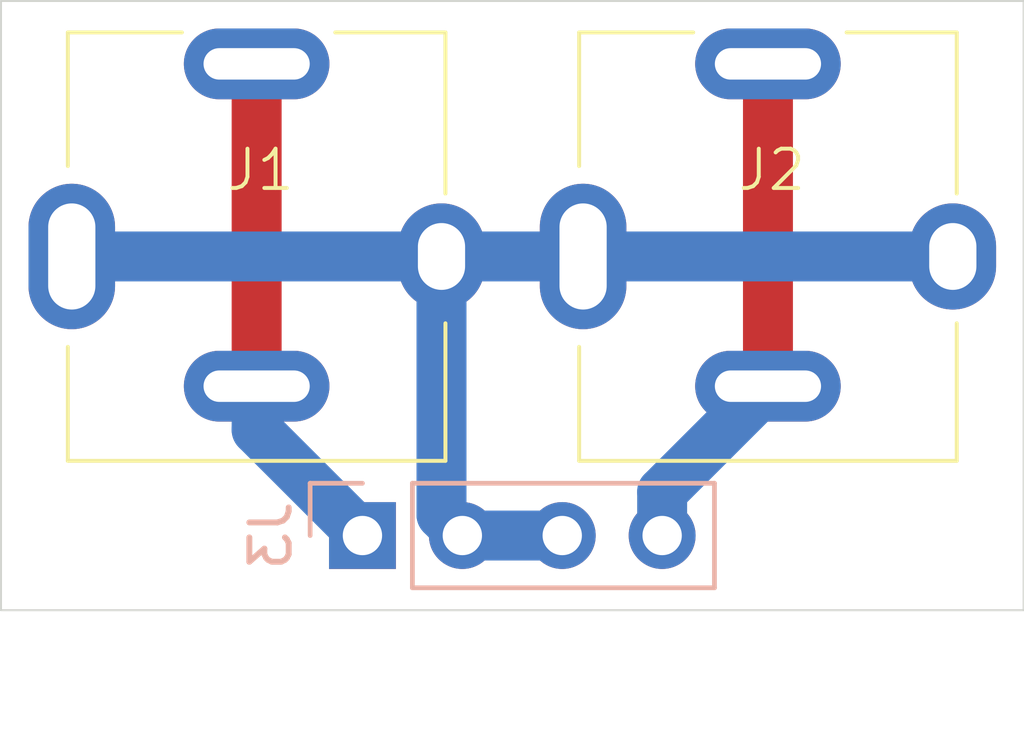
<source format=kicad_pcb>
(kicad_pcb (version 20240108) (generator "pcbnew") (generator_version "8.0")
  (layers (0 "F.Cu" signal) (31 "B.Cu" signal) (34 "B.Paste" user) (35 "F.Paste" user) (36 "B.SilkS" user "B.Silkscreen") (37 "F.SilkS" user "F.Silkscreen") (38 "B.Mask" user) (39 "F.Mask" user) (44 "Edge.Cuts" user))
  (net 0 "")
  (net 1 "Net-(J1-SW)")
  (net 2 "GND")
  (net 3 "Net-(J2-SW)")
  (footprint "Osprey:PJ-301BM" (layer "F.Cu") (at 102.01 102.78)
    (property "Reference" "J1" (at 0.1 -2.2 0) (layer "F.SilkS") (effects (font (thickness 0.1))))
    (property "Value" "PJ-301BM")
    (fp_line (start -4.8 -5.7) (end -1.9 -5.7) (stroke (width 0.1)) (layer "F.SilkS"))
    (fp_line (start -4.8 -2.3) (end -4.8 -5.7) (stroke (width 0.1)) (layer "F.SilkS"))
    (fp_line (start -4.8 5.2) (end -4.8 2.3) (stroke (width 0.1)) (layer "F.SilkS"))
    (fp_line (start 2 -5.7) (end 4.8 -5.7) (stroke (width 0.1)) (layer "F.SilkS"))
    (fp_line (start 4.8 -5.7) (end 4.8 -1.6) (stroke (width 0.1)) (layer "F.SilkS"))
    (fp_line (start 4.8 1.7) (end 4.8 5.2) (stroke (width 0.1)) (layer "F.SilkS"))
    (fp_line (start 4.8 5.2) (end -4.8 5.2) (stroke (width 0.1)) (layer "F.SilkS"))
    (pad "1" thru_hole oval (at -4.7 0) (size 2.2 3.7) (drill oval 1.2 2.7) (layers "*.Cu" "*.Mask") (net 2 "GND"))
    (pad "1" thru_hole oval (at 4.7 0) (size 2.2 2.7) (drill oval 1.2 1.7) (layers "*.Cu" "*.Mask") (net 2 "GND"))
    (pad "2" thru_hole oval (at 0 3.3) (size 3.7 1.8) (drill oval 2.7 0.8) (layers "*.Cu" "*.Mask") (net 1 "Net-(J1-SW)"))
    (pad "3" thru_hole oval (at 0 -4.9) (size 3.7 1.8) (drill oval 2.7 0.8) (layers "*.Cu" "*.Mask") (net 1 "Net-(J1-SW)"))
  )
  (footprint "Osprey:PJ-301BM" (layer "F.Cu") (at 115.01 102.78)
    (property "Reference" "J2" (at 0.1 -2.2 0) (layer "F.SilkS") (effects (font (thickness 0.1))))
    (property "Value" "PJ-301BM")
    (fp_line (start -4.8 -5.7) (end -1.9 -5.7) (stroke (width 0.1)) (layer "F.SilkS"))
    (fp_line (start -4.8 -2.3) (end -4.8 -5.7) (stroke (width 0.1)) (layer "F.SilkS"))
    (fp_line (start -4.8 5.2) (end -4.8 2.3) (stroke (width 0.1)) (layer "F.SilkS"))
    (fp_line (start 2 -5.7) (end 4.8 -5.7) (stroke (width 0.1)) (layer "F.SilkS"))
    (fp_line (start 4.8 -5.7) (end 4.8 -1.6) (stroke (width 0.1)) (layer "F.SilkS"))
    (fp_line (start 4.8 1.7) (end 4.8 5.2) (stroke (width 0.1)) (layer "F.SilkS"))
    (fp_line (start 4.8 5.2) (end -4.8 5.2) (stroke (width 0.1)) (layer "F.SilkS"))
    (pad "1" thru_hole oval (at -4.7 0) (size 2.2 3.7) (drill oval 1.2 2.7) (layers "*.Cu" "*.Mask") (net 2 "GND"))
    (pad "1" thru_hole oval (at 4.7 0) (size 2.2 2.7) (drill oval 1.2 1.7) (layers "*.Cu" "*.Mask") (net 2 "GND"))
    (pad "2" thru_hole oval (at 0 3.3) (size 3.7 1.8) (drill oval 2.7 0.8) (layers "*.Cu" "*.Mask") (net 3 "Net-(J2-SW)"))
    (pad "3" thru_hole oval (at 0 -4.9) (size 3.7 1.8) (drill oval 2.7 0.8) (layers "*.Cu" "*.Mask") (net 3 "Net-(J2-SW)"))
  )
  (footprint "Connector_PinHeader_2.54mm:PinHeader_1x04_P2.54mm_Vertical" (layer "B.Cu") (at 104.7 109.88 -90)
    (property "Reference" "J3" (at 0 2.33 90) (layer "B.SilkS") (effects (justify mirror)))
    (property "Value" "Header SIP-4")
    (fp_line (start -1.33 1.33) (end -1.33 0) (stroke (width 0.12)) (layer "B.SilkS"))
    (fp_line (start 0 1.33) (end -1.33 1.33) (stroke (width 0.12)) (layer "B.SilkS"))
    (fp_line (start 1.33 -1.27) (end -1.33 -1.27) (stroke (width 0.12)) (layer "B.SilkS"))
    (fp_line (start -1.33 -8.95) (end -1.33 -1.27) (stroke (width 0.12)) (layer "B.SilkS"))
    (fp_line (start 1.33 -8.95) (end 1.33 -1.27) (stroke (width 0.12)) (layer "B.SilkS"))
    (fp_line (start 1.33 -8.95) (end -1.33 -8.95) (stroke (width 0.12)) (layer "B.SilkS"))
    (pad "1" thru_hole rect (at 0 0 270) (size 1.7 1.7) (drill 1) (layers "*.Cu" "*.Mask") (net 1 "Net-(J1-SW)"))
    (pad "2" thru_hole oval (at 0 -2.54 270) (size 1.7 1.7) (drill 1) (layers "*.Cu" "*.Mask") (net 2 "GND"))
    (pad "3" thru_hole oval (at 0 -5.08 270) (size 1.7 1.7) (drill 1) (layers "*.Cu" "*.Mask") (net 2 "GND"))
    (pad "4" thru_hole oval (at 0 -7.62 270) (size 1.7 1.7) (drill 1) (layers "*.Cu" "*.Mask") (net 3 "Net-(J2-SW)"))
  )
  (gr_rect (start 95.51 96.28) (end 121.51 111.78) (stroke (width 0.05)) (fill none) (layer "Edge.Cuts"))
  (segment (start 102.01 97.88) (end 102.01 106.08) (width 1.27) (layer "F.Cu") (net 1))
  (segment (start 102.01 106.08) (end 102.01 107.19) (width 1.27) (layer "B.Cu") (net 1))
  (segment (start 102.01 107.19) (end 104.7 109.88) (width 1.27) (layer "B.Cu") (net 1))
  (segment (start 107.24 109.88) (end 109.78 109.88) (width 1.27) (layer "B.Cu") (net 2))
  (segment (start 106.71 109.35) (end 107.24 109.88) (width 1.27) (layer "B.Cu") (net 2))
  (segment (start 106.71 102.78) (end 106.71 109.35) (width 1.27) (layer "B.Cu") (net 2))
  (segment (start 110.31 102.78) (end 106.71 102.78) (width 1.27) (layer "B.Cu") (net 2))
  (segment (start 109.78 103.31) (end 110.31 102.78) (width 0.508) (layer "B.Cu") (net 2))
  (segment (start 106.71 102.78) (end 97.31 102.78) (width 1.27) (layer "B.Cu") (net 2))
  (segment (start 119.71 102.78) (end 110.31 102.78) (width 1.27) (layer "B.Cu") (net 2))
  (segment (start 115.01 97.88) (end 115.01 106.08) (width 1.27) (layer "F.Cu") (net 3))
  (segment (start 112.32 109.88) (end 112.32 108.77) (width 1.27) (layer "B.Cu") (net 3))
  (segment (start 112.32 108.77) (end 115.01 106.08) (width 1.27) (layer "B.Cu") (net 3))
)
</source>
